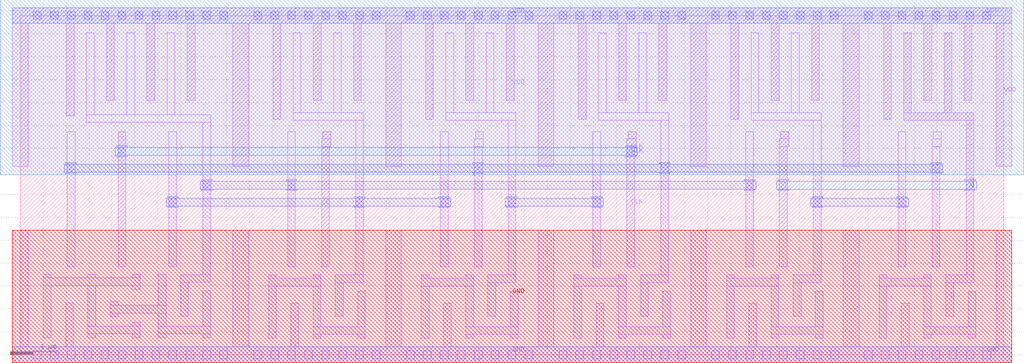
<source format=lef>
VERSION 5.7 ;
  NOWIREEXTENSIONATPIN ON ;
  DIVIDERCHAR "/" ;
  BUSBITCHARS "[]" ;
MACRO DFFQX1
  CLASS CORE ;
  FOREIGN DFFQX1 ;
  ORIGIN 0.000 0.000 ;
  SIZE 21.460 BY 7.400 ;
  SYMMETRY X Y R90 ;
  SITE unitrh ;
  PIN Q
    DIRECTION OUTPUT ;
    USE SIGNAL ;
    ANTENNAGATEAREA 1.027250 ;
    ANTENNADIFFAREA 1.351900 ;
    PORT
      LAYER li1 ;
        RECT 19.275 5.285 19.445 7.020 ;
        RECT 20.155 5.285 20.325 7.020 ;
        RECT 19.275 5.115 20.805 5.285 ;
        RECT 16.595 4.710 16.765 4.865 ;
        RECT 16.565 4.535 16.765 4.710 ;
        RECT 16.565 1.915 16.735 4.535 ;
        RECT 20.635 1.740 20.805 5.115 ;
        RECT 20.195 1.570 20.805 1.740 ;
        RECT 20.195 0.835 20.365 1.570 ;
      LAYER mcon ;
        RECT 16.565 3.615 16.735 3.785 ;
        RECT 20.635 3.615 20.805 3.785 ;
      LAYER met1 ;
        RECT 16.535 3.785 16.765 3.815 ;
        RECT 20.605 3.785 20.835 3.815 ;
        RECT 16.505 3.615 20.865 3.785 ;
        RECT 16.535 3.585 16.765 3.615 ;
        RECT 20.605 3.585 20.835 3.615 ;
    END
  END Q
  PIN D
    DIRECTION INPUT ;
    USE SIGNAL ;
    ANTENNAGATEAREA 1.027250 ;
    PORT
      LAYER li1 ;
        RECT 6.605 4.710 6.775 4.865 ;
        RECT 6.575 4.535 6.775 4.710 ;
        RECT 6.575 1.915 6.745 4.535 ;
    END
  END D
  PIN CLK
    DIRECTION INPUT ;
    USE SIGNAL ;
    ANTENNAGATEAREA 2.042100 ;
    PORT
      LAYER li1 ;
        RECT 2.135 1.915 2.305 4.865 ;
        RECT 13.265 4.710 13.435 4.865 ;
        RECT 13.235 4.535 13.435 4.710 ;
        RECT 13.235 1.915 13.405 4.535 ;
      LAYER mcon ;
        RECT 2.135 4.355 2.305 4.525 ;
        RECT 13.235 4.355 13.405 4.525 ;
      LAYER met1 ;
        RECT 2.105 4.525 2.335 4.555 ;
        RECT 13.205 4.525 13.435 4.555 ;
        RECT 2.075 4.355 13.465 4.525 ;
        RECT 2.105 4.325 2.335 4.355 ;
        RECT 13.205 4.325 13.435 4.355 ;
    END
  END CLK
  PIN VDD
    DIRECTION INOUT ;
    USE POWER ;
    SHAPE ABUTMENT ;
    PORT
      LAYER nwell ;
        RECT -0.435 3.930 21.895 7.750 ;
      LAYER li1 ;
        RECT -0.170 7.230 21.630 7.570 ;
        RECT -0.170 4.110 0.170 7.230 ;
        RECT 1.005 5.215 1.175 7.230 ;
        RECT 1.885 5.555 2.055 7.230 ;
        RECT 2.765 5.555 2.935 7.230 ;
        RECT 3.645 5.555 3.815 7.230 ;
        RECT 4.640 4.110 4.980 7.230 ;
        RECT 5.515 5.135 5.685 7.230 ;
        RECT 6.395 5.555 6.565 7.230 ;
        RECT 7.275 5.555 7.445 7.230 ;
        RECT 7.970 4.110 8.310 7.230 ;
        RECT 8.845 5.135 9.015 7.230 ;
        RECT 9.725 5.555 9.895 7.230 ;
        RECT 10.605 5.555 10.775 7.230 ;
        RECT 11.300 4.110 11.640 7.230 ;
        RECT 12.175 5.135 12.345 7.230 ;
        RECT 13.055 5.555 13.225 7.230 ;
        RECT 13.935 5.555 14.105 7.230 ;
        RECT 14.630 4.110 14.970 7.230 ;
        RECT 15.505 5.135 15.675 7.230 ;
        RECT 16.385 5.555 16.555 7.230 ;
        RECT 17.265 5.555 17.435 7.230 ;
        RECT 17.960 4.110 18.300 7.230 ;
        RECT 18.835 5.135 19.005 7.230 ;
        RECT 19.715 5.555 19.885 7.230 ;
        RECT 20.595 5.555 20.765 7.230 ;
        RECT 21.290 4.110 21.630 7.230 ;
      LAYER mcon ;
        RECT 0.285 7.315 0.455 7.485 ;
        RECT 0.655 7.315 0.825 7.485 ;
        RECT 1.025 7.315 1.195 7.485 ;
        RECT 1.395 7.315 1.565 7.485 ;
        RECT 1.765 7.315 1.935 7.485 ;
        RECT 2.135 7.315 2.305 7.485 ;
        RECT 2.505 7.315 2.675 7.485 ;
        RECT 2.875 7.315 3.045 7.485 ;
        RECT 3.245 7.315 3.415 7.485 ;
        RECT 3.615 7.315 3.785 7.485 ;
        RECT 3.985 7.315 4.155 7.485 ;
        RECT 4.355 7.315 4.525 7.485 ;
        RECT 5.095 7.315 5.265 7.485 ;
        RECT 5.465 7.315 5.635 7.485 ;
        RECT 5.835 7.315 6.005 7.485 ;
        RECT 6.205 7.315 6.375 7.485 ;
        RECT 6.575 7.315 6.745 7.485 ;
        RECT 6.945 7.315 7.115 7.485 ;
        RECT 7.315 7.315 7.485 7.485 ;
        RECT 7.685 7.315 7.855 7.485 ;
        RECT 8.425 7.315 8.595 7.485 ;
        RECT 8.795 7.315 8.965 7.485 ;
        RECT 9.165 7.315 9.335 7.485 ;
        RECT 9.535 7.315 9.705 7.485 ;
        RECT 9.905 7.315 10.075 7.485 ;
        RECT 10.275 7.315 10.445 7.485 ;
        RECT 10.645 7.315 10.815 7.485 ;
        RECT 11.015 7.315 11.185 7.485 ;
        RECT 11.755 7.315 11.925 7.485 ;
        RECT 12.125 7.315 12.295 7.485 ;
        RECT 12.495 7.315 12.665 7.485 ;
        RECT 12.865 7.315 13.035 7.485 ;
        RECT 13.235 7.315 13.405 7.485 ;
        RECT 13.605 7.315 13.775 7.485 ;
        RECT 13.975 7.315 14.145 7.485 ;
        RECT 14.345 7.315 14.515 7.485 ;
        RECT 15.085 7.315 15.255 7.485 ;
        RECT 15.455 7.315 15.625 7.485 ;
        RECT 15.825 7.315 15.995 7.485 ;
        RECT 16.195 7.315 16.365 7.485 ;
        RECT 16.565 7.315 16.735 7.485 ;
        RECT 16.935 7.315 17.105 7.485 ;
        RECT 17.305 7.315 17.475 7.485 ;
        RECT 17.675 7.315 17.845 7.485 ;
        RECT 18.415 7.315 18.585 7.485 ;
        RECT 18.785 7.315 18.955 7.485 ;
        RECT 19.155 7.315 19.325 7.485 ;
        RECT 19.525 7.315 19.695 7.485 ;
        RECT 19.895 7.315 20.065 7.485 ;
        RECT 20.265 7.315 20.435 7.485 ;
        RECT 20.635 7.315 20.805 7.485 ;
        RECT 21.005 7.315 21.175 7.485 ;
      LAYER met1 ;
        RECT -0.170 7.230 21.630 7.570 ;
    END
  END VDD
  PIN GND
    DIRECTION INOUT ;
    USE GROUND ;
    SHAPE ABUTMENT ;
    PORT
      LAYER pwell ;
        RECT -0.170 -0.170 21.630 2.720 ;
      LAYER li1 ;
        RECT -0.170 0.170 0.170 2.720 ;
        RECT 0.990 0.170 1.160 1.130 ;
        RECT 4.640 0.170 4.980 2.720 ;
        RECT 5.905 0.170 6.075 1.120 ;
        RECT 7.970 0.170 8.310 2.720 ;
        RECT 9.235 0.170 9.405 1.120 ;
        RECT 11.300 0.170 11.640 2.720 ;
        RECT 12.565 0.170 12.735 1.120 ;
        RECT 14.630 0.170 14.970 2.720 ;
        RECT 15.895 0.170 16.065 1.120 ;
        RECT 17.960 0.170 18.300 2.720 ;
        RECT 19.225 0.170 19.395 1.120 ;
        RECT 21.290 0.170 21.630 2.720 ;
        RECT -0.170 -0.170 21.630 0.170 ;
      LAYER mcon ;
        RECT 0.285 -0.085 0.455 0.085 ;
        RECT 0.655 -0.085 0.825 0.085 ;
        RECT 1.025 -0.085 1.195 0.085 ;
        RECT 1.395 -0.085 1.565 0.085 ;
        RECT 1.765 -0.085 1.935 0.085 ;
        RECT 2.135 -0.085 2.305 0.085 ;
        RECT 2.505 -0.085 2.675 0.085 ;
        RECT 2.875 -0.085 3.045 0.085 ;
        RECT 3.245 -0.085 3.415 0.085 ;
        RECT 3.615 -0.085 3.785 0.085 ;
        RECT 3.985 -0.085 4.155 0.085 ;
        RECT 4.355 -0.085 4.525 0.085 ;
        RECT 5.095 -0.085 5.265 0.085 ;
        RECT 5.465 -0.085 5.635 0.085 ;
        RECT 5.835 -0.085 6.005 0.085 ;
        RECT 6.205 -0.085 6.375 0.085 ;
        RECT 6.575 -0.085 6.745 0.085 ;
        RECT 6.945 -0.085 7.115 0.085 ;
        RECT 7.315 -0.085 7.485 0.085 ;
        RECT 7.685 -0.085 7.855 0.085 ;
        RECT 8.425 -0.085 8.595 0.085 ;
        RECT 8.795 -0.085 8.965 0.085 ;
        RECT 9.165 -0.085 9.335 0.085 ;
        RECT 9.535 -0.085 9.705 0.085 ;
        RECT 9.905 -0.085 10.075 0.085 ;
        RECT 10.275 -0.085 10.445 0.085 ;
        RECT 10.645 -0.085 10.815 0.085 ;
        RECT 11.015 -0.085 11.185 0.085 ;
        RECT 11.755 -0.085 11.925 0.085 ;
        RECT 12.125 -0.085 12.295 0.085 ;
        RECT 12.495 -0.085 12.665 0.085 ;
        RECT 12.865 -0.085 13.035 0.085 ;
        RECT 13.235 -0.085 13.405 0.085 ;
        RECT 13.605 -0.085 13.775 0.085 ;
        RECT 13.975 -0.085 14.145 0.085 ;
        RECT 14.345 -0.085 14.515 0.085 ;
        RECT 15.085 -0.085 15.255 0.085 ;
        RECT 15.455 -0.085 15.625 0.085 ;
        RECT 15.825 -0.085 15.995 0.085 ;
        RECT 16.195 -0.085 16.365 0.085 ;
        RECT 16.565 -0.085 16.735 0.085 ;
        RECT 16.935 -0.085 17.105 0.085 ;
        RECT 17.305 -0.085 17.475 0.085 ;
        RECT 17.675 -0.085 17.845 0.085 ;
        RECT 18.415 -0.085 18.585 0.085 ;
        RECT 18.785 -0.085 18.955 0.085 ;
        RECT 19.155 -0.085 19.325 0.085 ;
        RECT 19.525 -0.085 19.695 0.085 ;
        RECT 19.895 -0.085 20.065 0.085 ;
        RECT 20.265 -0.085 20.435 0.085 ;
        RECT 20.635 -0.085 20.805 0.085 ;
        RECT 21.005 -0.085 21.175 0.085 ;
      LAYER met1 ;
        RECT -0.170 -0.170 21.630 0.170 ;
    END
  END GND
  OBS
      LAYER li1 ;
        RECT 1.445 5.240 1.615 7.020 ;
        RECT 2.325 5.240 2.495 7.020 ;
        RECT 3.205 5.240 3.375 7.020 ;
        RECT 5.955 5.285 6.125 7.020 ;
        RECT 6.835 5.285 7.005 7.020 ;
        RECT 9.285 5.285 9.455 7.020 ;
        RECT 10.165 5.285 10.335 7.020 ;
        RECT 12.615 5.285 12.785 7.020 ;
        RECT 13.495 5.285 13.665 7.020 ;
        RECT 15.945 5.285 16.115 7.020 ;
        RECT 16.825 5.285 16.995 7.020 ;
        RECT 1.445 5.070 4.155 5.240 ;
        RECT 5.955 5.115 7.485 5.285 ;
        RECT 9.285 5.115 10.815 5.285 ;
        RECT 12.615 5.115 14.145 5.285 ;
        RECT 15.945 5.115 17.475 5.285 ;
        RECT 1.025 1.915 1.195 4.865 ;
        RECT 3.245 1.915 3.415 4.865 ;
        RECT 0.505 1.675 0.675 1.755 ;
        RECT 1.475 1.675 1.645 1.755 ;
        RECT 2.445 1.675 2.615 1.755 ;
        RECT 0.505 1.505 2.615 1.675 ;
        RECT 0.505 0.375 0.675 1.505 ;
        RECT 1.475 0.625 1.645 1.505 ;
        RECT 2.445 1.425 2.615 1.505 ;
        RECT 1.965 1.080 2.135 1.160 ;
        RECT 3.015 1.080 3.185 1.755 ;
        RECT 3.985 1.750 4.155 5.070 ;
        RECT 5.835 1.915 6.005 4.865 ;
        RECT 1.965 0.910 3.185 1.080 ;
        RECT 1.965 0.830 2.135 0.910 ;
        RECT 2.445 0.625 2.615 0.705 ;
        RECT 1.475 0.455 2.615 0.625 ;
        RECT 1.475 0.375 1.645 0.455 ;
        RECT 2.445 0.375 2.615 0.455 ;
        RECT 3.015 0.625 3.185 0.910 ;
        RECT 3.500 1.580 4.155 1.750 ;
        RECT 5.420 1.665 5.590 1.745 ;
        RECT 6.390 1.665 6.560 1.745 ;
        RECT 7.315 1.740 7.485 5.115 ;
        RECT 9.165 1.915 9.335 4.865 ;
        RECT 9.935 4.710 10.105 4.865 ;
        RECT 9.905 4.535 10.105 4.710 ;
        RECT 9.905 1.915 10.075 4.535 ;
        RECT 3.500 0.845 3.670 1.580 ;
        RECT 5.420 1.495 6.560 1.665 ;
        RECT 3.985 0.625 4.155 1.395 ;
        RECT 3.015 0.455 4.155 0.625 ;
        RECT 3.015 0.375 3.185 0.455 ;
        RECT 3.985 0.375 4.155 0.455 ;
        RECT 5.420 0.365 5.590 1.495 ;
        RECT 6.390 0.615 6.560 1.495 ;
        RECT 6.875 1.570 7.485 1.740 ;
        RECT 8.750 1.665 8.920 1.745 ;
        RECT 9.720 1.665 9.890 1.745 ;
        RECT 10.645 1.740 10.815 5.115 ;
        RECT 12.495 1.915 12.665 4.865 ;
        RECT 6.875 0.835 7.045 1.570 ;
        RECT 8.750 1.495 9.890 1.665 ;
        RECT 7.360 0.615 7.530 1.385 ;
        RECT 6.390 0.445 7.530 0.615 ;
        RECT 6.390 0.365 6.560 0.445 ;
        RECT 7.360 0.365 7.530 0.445 ;
        RECT 8.750 0.365 8.920 1.495 ;
        RECT 9.720 0.615 9.890 1.495 ;
        RECT 10.205 1.570 10.815 1.740 ;
        RECT 12.080 1.665 12.250 1.745 ;
        RECT 13.050 1.665 13.220 1.745 ;
        RECT 13.975 1.740 14.145 5.115 ;
        RECT 15.825 1.915 15.995 4.865 ;
        RECT 10.205 0.835 10.375 1.570 ;
        RECT 12.080 1.495 13.220 1.665 ;
        RECT 10.690 0.615 10.860 1.385 ;
        RECT 9.720 0.445 10.860 0.615 ;
        RECT 9.720 0.365 9.890 0.445 ;
        RECT 10.690 0.365 10.860 0.445 ;
        RECT 12.080 0.365 12.250 1.495 ;
        RECT 13.050 0.615 13.220 1.495 ;
        RECT 13.535 1.570 14.145 1.740 ;
        RECT 15.410 1.665 15.580 1.745 ;
        RECT 16.380 1.665 16.550 1.745 ;
        RECT 17.305 1.740 17.475 5.115 ;
        RECT 19.155 1.915 19.325 4.865 ;
        RECT 19.925 4.710 20.095 4.865 ;
        RECT 19.895 4.535 20.095 4.710 ;
        RECT 19.895 1.915 20.065 4.535 ;
        RECT 13.535 0.835 13.705 1.570 ;
        RECT 15.410 1.495 16.550 1.665 ;
        RECT 14.020 0.615 14.190 1.385 ;
        RECT 13.050 0.445 14.190 0.615 ;
        RECT 13.050 0.365 13.220 0.445 ;
        RECT 14.020 0.365 14.190 0.445 ;
        RECT 15.410 0.365 15.580 1.495 ;
        RECT 16.380 0.615 16.550 1.495 ;
        RECT 16.865 1.570 17.475 1.740 ;
        RECT 18.740 1.665 18.910 1.745 ;
        RECT 19.710 1.665 19.880 1.745 ;
        RECT 16.865 0.835 17.035 1.570 ;
        RECT 18.740 1.495 19.880 1.665 ;
        RECT 17.350 0.615 17.520 1.385 ;
        RECT 16.380 0.445 17.520 0.615 ;
        RECT 16.380 0.365 16.550 0.445 ;
        RECT 17.350 0.365 17.520 0.445 ;
        RECT 18.740 0.365 18.910 1.495 ;
        RECT 19.710 0.615 19.880 1.495 ;
        RECT 20.680 0.615 20.850 1.385 ;
        RECT 19.710 0.445 20.850 0.615 ;
        RECT 19.710 0.365 19.880 0.445 ;
        RECT 20.680 0.365 20.850 0.445 ;
      LAYER mcon ;
        RECT 1.025 3.985 1.195 4.155 ;
        RECT 3.245 3.245 3.415 3.415 ;
        RECT 3.985 3.615 4.155 3.785 ;
        RECT 5.835 3.615 6.005 3.785 ;
        RECT 7.315 3.245 7.485 3.415 ;
        RECT 9.165 3.245 9.335 3.415 ;
        RECT 9.905 3.985 10.075 4.155 ;
        RECT 10.645 3.245 10.815 3.415 ;
        RECT 12.495 3.245 12.665 3.415 ;
        RECT 13.975 3.985 14.145 4.155 ;
        RECT 15.825 3.615 15.995 3.785 ;
        RECT 17.305 3.245 17.475 3.415 ;
        RECT 19.155 3.245 19.325 3.415 ;
        RECT 19.895 3.985 20.065 4.155 ;
      LAYER met1 ;
        RECT 0.995 4.155 1.225 4.185 ;
        RECT 9.875 4.155 10.105 4.185 ;
        RECT 13.945 4.155 14.175 4.185 ;
        RECT 19.865 4.155 20.095 4.185 ;
        RECT 0.965 3.985 20.125 4.155 ;
        RECT 0.995 3.955 1.225 3.985 ;
        RECT 9.875 3.955 10.105 3.985 ;
        RECT 13.945 3.955 14.175 3.985 ;
        RECT 19.865 3.955 20.095 3.985 ;
        RECT 3.955 3.785 4.185 3.815 ;
        RECT 5.805 3.785 6.035 3.815 ;
        RECT 15.795 3.785 16.025 3.815 ;
        RECT 3.925 3.615 16.055 3.785 ;
        RECT 3.955 3.585 4.185 3.615 ;
        RECT 5.805 3.585 6.035 3.615 ;
        RECT 15.795 3.585 16.025 3.615 ;
        RECT 3.215 3.415 3.445 3.445 ;
        RECT 7.285 3.415 7.515 3.445 ;
        RECT 9.135 3.415 9.365 3.445 ;
        RECT 10.615 3.415 10.845 3.445 ;
        RECT 12.465 3.415 12.695 3.445 ;
        RECT 17.275 3.415 17.505 3.445 ;
        RECT 19.125 3.415 19.355 3.445 ;
        RECT 3.185 3.245 9.395 3.415 ;
        RECT 10.585 3.245 12.725 3.415 ;
        RECT 17.245 3.245 19.385 3.415 ;
        RECT 3.215 3.215 3.445 3.245 ;
        RECT 7.285 3.215 7.515 3.245 ;
        RECT 9.135 3.215 9.365 3.245 ;
        RECT 10.615 3.215 10.845 3.245 ;
        RECT 12.465 3.215 12.695 3.245 ;
        RECT 17.275 3.215 17.505 3.245 ;
        RECT 19.125 3.215 19.355 3.245 ;
  END
END DFFQX1
END LIBRARY


</source>
